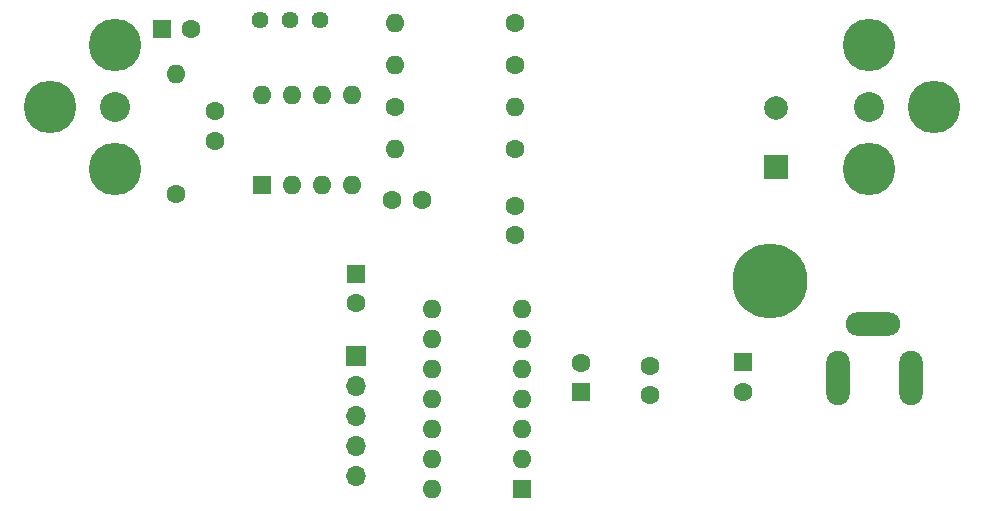
<source format=gbs>
G04 #@! TF.GenerationSoftware,KiCad,Pcbnew,(5.1.10)-1*
G04 #@! TF.CreationDate,2022-03-27T08:25:45-04:00*
G04 #@! TF.ProjectId,AudioAmp380,41756469-6f41-46d7-9033-38302e6b6963,3*
G04 #@! TF.SameCoordinates,Original*
G04 #@! TF.FileFunction,Soldermask,Bot*
G04 #@! TF.FilePolarity,Negative*
%FSLAX46Y46*%
G04 Gerber Fmt 4.6, Leading zero omitted, Abs format (unit mm)*
G04 Created by KiCad (PCBNEW (5.1.10)-1) date 2022-03-27 08:25:45*
%MOMM*%
%LPD*%
G01*
G04 APERTURE LIST*
%ADD10C,1.600000*%
%ADD11O,1.600000X1.600000*%
%ADD12R,1.600000X1.600000*%
%ADD13C,2.540000*%
%ADD14C,4.445000*%
%ADD15C,6.350000*%
%ADD16R,1.700000X1.700000*%
%ADD17O,1.700000X1.700000*%
%ADD18R,2.000000X2.000000*%
%ADD19C,2.000000*%
%ADD20O,2.000000X4.600000*%
%ADD21O,4.600000X2.000000*%
%ADD22C,1.440000*%
G04 APERTURE END LIST*
D10*
X105740000Y-124012400D03*
D11*
X105740000Y-113852400D03*
D12*
X113020000Y-123258400D03*
D11*
X120640000Y-115638400D03*
X115560000Y-123258400D03*
X118100000Y-115638400D03*
X118100000Y-123258400D03*
X115560000Y-115638400D03*
X120640000Y-123258400D03*
X113020000Y-115638400D03*
D13*
X100533000Y-116654400D03*
D14*
X100533000Y-111409300D03*
X100533000Y-121899500D03*
X95021200Y-116654400D03*
D13*
X164405000Y-116613400D03*
D14*
X164405000Y-121858500D03*
X164405000Y-111368300D03*
X169916800Y-116613400D03*
D11*
X124282000Y-109542400D03*
D10*
X134442000Y-109542400D03*
D11*
X134442000Y-116654400D03*
D10*
X124282000Y-116654400D03*
D15*
X156020000Y-131386400D03*
D16*
X120980000Y-137736400D03*
D17*
X120980000Y-140276400D03*
X120980000Y-142816400D03*
X120980000Y-145356400D03*
X120980000Y-147896400D03*
D12*
X135020000Y-149012400D03*
D11*
X127400000Y-133772400D03*
X135020000Y-146472400D03*
X127400000Y-136312400D03*
X135020000Y-143932400D03*
X127400000Y-138852400D03*
X135020000Y-141392400D03*
X127400000Y-141392400D03*
X135020000Y-138852400D03*
X127400000Y-143932400D03*
X135020000Y-136312400D03*
X127400000Y-146472400D03*
X135020000Y-133772400D03*
X127400000Y-149012400D03*
D10*
X126520000Y-124512400D03*
X124020000Y-124512400D03*
X109020000Y-119512400D03*
X109020000Y-117012400D03*
X134442000Y-113098400D03*
D11*
X124282000Y-113098400D03*
D10*
X134442000Y-120210400D03*
D11*
X124282000Y-120210400D03*
D12*
X140030000Y-140784400D03*
D10*
X140030000Y-138284400D03*
D18*
X156540000Y-121734400D03*
D19*
X156540000Y-116734400D03*
D10*
X145872000Y-141038400D03*
X145872000Y-138538400D03*
D20*
X167905000Y-139613400D03*
X161805000Y-139613400D03*
D21*
X164705000Y-135013400D03*
D22*
X117932000Y-109288400D03*
X115392000Y-109288400D03*
X112852000Y-109288400D03*
D10*
X120980000Y-133251400D03*
D12*
X120980000Y-130751400D03*
X104520000Y-110012400D03*
D10*
X107020000Y-110012400D03*
X153746000Y-140744400D03*
D12*
X153746000Y-138244400D03*
D10*
X134420000Y-125012400D03*
X134420000Y-127512400D03*
M02*

</source>
